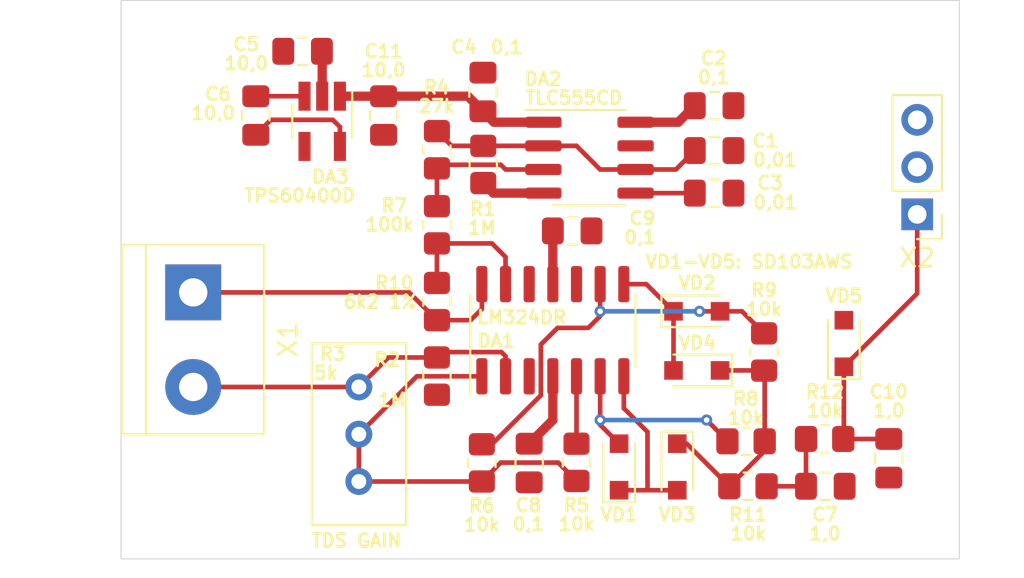
<source format=kicad_pcb>
(kicad_pcb (version 20221018) (generator pcbnew)
  (title_block (title "Greenhouse Hydro") (date "2021-09-20") (rev "F1") (company "UncleRus"))
  (layers (0 "F.Cu" signal) (31 "B.Cu" signal) (34 "B.Paste" user) (35 "F.Paste" user) (36 "B.SilkS" user "B.Silkscreen") (37 "F.SilkS" user "F.Silkscreen") (38 "B.Mask" user) (39 "F.Mask" user) (44 "Edge.Cuts" user))
  (net 0 "")
  (net 1 "GND")
  (net 2 "Net-(DA2-THR)")
  (net 3 "+3V3")
  (net 4 "Net-(DA2-CV)")
  (net 5 "Net-(DA3-C+)")
  (net 6 "Net-(DA3-C-)")
  (net 7 "Net-(R11-L)")
  (net 8 "Net-(R5-R)")
  (net 9 "Net-(DA1.2-+)")
  (net 10 "Net-(DA1.2--)")
  (net 11 "Net-(VD1-K)")
  (net 12 "Net-(VD2-K)")
  (net 13 "Net-(DA1.3--)")
  (net 14 "Net-(DA1.4--)")
  (net 15 "Net-(DA2-Q)")
  (net 17 "Net-(R11-R)")
  (net 18 "TDS_OUT")
  (net 19 "TDS_SENSE")
  (net 20 "TDS_DRV")
  (net 21 "-3V3")
  (footprint "Capacitor_SMD:C_0805_2012Metric_Pad1.18x1.45mm_HandSolder" (layer "F.Cu") (at 83.372 82.084)
    (fp_text reference "C1" (at 2.7555 -0.508 unlocked) (layer "F.SilkS") (effects (font (size 0.7 0.7))))
    (fp_text value "0,01" (at 3.2635 0.508 unlocked) (layer "F.SilkS") (effects (font (size 0.7 0.7))))
    (fp_line (start -0.261252 -0.735) (end 0.261252 -0.735) (stroke (width 0.12)) (layer "F.SilkS"))
    (fp_line (start -0.261252 0.735) (end 0.261252 0.735) (stroke (width 0.12)) (layer "F.SilkS"))
    (pad "1" smd roundrect (at -1.0375 0) (size 1.175 1.45) (layers "F.Cu" "F.Paste" "F.Mask") (roundrect_rratio 0.2127659574) (net 2 "Net-(DA2-THR)"))
    (pad "2" smd roundrect (at 1.0375 0) (size 1.175 1.45) (layers "F.Cu" "F.Paste" "F.Mask") (roundrect_rratio 0.2127659574) (net 21 "-3V3"))
  )
  (footprint "Capacitor_SMD:C_0805_2012Metric_Pad1.18x1.45mm_HandSolder" (layer "F.Cu") (at 83.372 84.37 180)
    (fp_text reference "C3" (at -3.0095 0.548 unlocked) (layer "F.SilkS") (effects (font (size 0.7 0.7))))
    (fp_text value "0,01" (at -3.2805 -0.508 unlocked) (layer "F.SilkS") (effects (font (size 0.7 0.7))))
    (fp_line (start -0.261252 -0.735) (end 0.261252 -0.735) (stroke (width 0.12)) (layer "F.SilkS"))
    (fp_line (start -0.261252 0.735) (end 0.261252 0.735) (stroke (width 0.12)) (layer "F.SilkS"))
    (pad "1" smd roundrect (at -1.0375 0 180) (size 1.175 1.45) (layers "F.Cu" "F.Paste" "F.Mask") (roundrect_rratio 0.2127659574) (net 21 "-3V3"))
    (pad "2" smd roundrect (at 1.0375 0 180) (size 1.175 1.45) (layers "F.Cu" "F.Paste" "F.Mask") (roundrect_rratio 0.2127659574) (net 4 "Net-(DA2-CV)"))
  )
  (footprint "Capacitor_SMD:C_0805_2012Metric_Pad1.18x1.45mm_HandSolder" (layer "F.Cu") (at 89.341 100.1192)
    (fp_text reference "C7" (at -0.0215 1.524 unlocked) (layer "F.SilkS") (effects (font (size 0.7 0.7))))
    (fp_text value "1,0" (at -0.0215 2.54 unlocked) (layer "F.SilkS") (effects (font (size 0.7 0.7))))
    (fp_line (start -0.261252 -0.735) (end 0.261252 -0.735) (stroke (width 0.12)) (layer "F.SilkS"))
    (fp_line (start -0.261252 0.735) (end 0.261252 0.735) (stroke (width 0.12)) (layer "F.SilkS"))
    (pad "1" smd roundrect (at -1.0375 0) (size 1.175 1.45) (layers "F.Cu" "F.Paste" "F.Mask") (roundrect_rratio 0.2127659574) (net 7 "Net-(R11-L)"))
    (pad "2" smd roundrect (at 1.0375 0) (size 1.175 1.45) (layers "F.Cu" "F.Paste" "F.Mask") (roundrect_rratio 0.2127659574) (net 1 "GND"))
  )
  (footprint "Capacitor_SMD:C_0805_2012Metric_Pad1.18x1.45mm_HandSolder" (layer "F.Cu") (at 73.4445 98.8695 -90)
    (fp_text reference "C8" (at 2.2645 0.043 unlocked) (layer "F.SilkS") (effects (font (size 0.7 0.7))))
    (fp_text value "0,1" (at 3.2805 0.043 unlocked) (layer "F.SilkS") (effects (font (size 0.7 0.7))))
    (fp_line (start -0.261252 -0.735) (end 0.261252 -0.735) (stroke (width 0.12)) (layer "F.SilkS"))
    (fp_line (start -0.261252 0.735) (end 0.261252 0.735) (stroke (width 0.12)) (layer "F.SilkS"))
    (pad "1" smd roundrect (at -1.0375 0 270) (size 1.175 1.45) (layers "F.Cu" "F.Paste" "F.Mask") (roundrect_rratio 0.2127659574) (net 3 "+3V3"))
    (pad "2" smd roundrect (at 1.0375 0 270) (size 1.175 1.45) (layers "F.Cu" "F.Paste" "F.Mask") (roundrect_rratio 0.2127659574) (net 1 "GND"))
  )
  (footprint "Capacitor_SMD:C_0805_2012Metric_Pad1.18x1.45mm_HandSolder" (layer "F.Cu") (at 92.7485 98.6155 -90)
    (fp_text reference "C10" (at -3.5775 0 unlocked) (layer "F.SilkS") (effects (font (size 0.7 0.7))))
    (fp_text value "1,0" (at -2.5615 0 unlocked) (layer "F.SilkS") (effects (font (size 0.7 0.7))))
    (fp_line (start -0.261252 -0.735) (end 0.261252 -0.735) (stroke (width 0.12)) (layer "F.SilkS"))
    (fp_line (start -0.261252 0.735) (end 0.261252 0.735) (stroke (width 0.12)) (layer "F.SilkS"))
    (pad "1" smd roundrect (at -1.0375 0 270) (size 1.175 1.45) (layers "F.Cu" "F.Paste" "F.Mask") (roundrect_rratio 0.2127659574) (net 18 "TDS_OUT"))
    (pad "2" smd roundrect (at 1.0375 0 270) (size 1.175 1.45) (layers "F.Cu" "F.Paste" "F.Mask") (roundrect_rratio 0.2127659574) (net 1 "GND"))
  )
  (footprint "Capacitor_SMD:C_0805_2012Metric_Pad1.18x1.45mm_HandSolder" (layer "F.Cu") (at 75.752 86.402)
    (fp_text reference "C9" (at 3.7715 -0.675 unlocked) (layer "F.SilkS") (effects (font (size 0.7 0.7))))
    (fp_text value "0,1" (at 3.6445 0.341 unlocked) (layer "F.SilkS") (effects (font (size 0.7 0.7))))
    (fp_line (start -0.261252 -0.735) (end 0.261252 -0.735) (stroke (width 0.12)) (layer "F.SilkS"))
    (fp_line (start -0.261252 0.735) (end 0.261252 0.735) (stroke (width 0.12)) (layer "F.SilkS"))
    (pad "1" smd roundrect (at -1.0375 0) (size 1.175 1.45) (layers "F.Cu" "F.Paste" "F.Mask") (roundrect_rratio 0.2127659574) (net 21 "-3V3"))
    (pad "2" smd roundrect (at 1.0375 0) (size 1.175 1.45) (layers "F.Cu" "F.Paste" "F.Mask") (roundrect_rratio 0.213) (net 1 "GND"))
  )
  (footprint "Capacitor_SMD:C_0805_2012Metric_Pad1.18x1.45mm_HandSolder" (layer "F.Cu") (at 61.2818 76.75 180)
    (fp_text reference "C5" (at 3.0265 0.372 unlocked) (layer "F.SilkS") (effects (font (size 0.7 0.7))))
    (fp_text value "10,0" (at 3.0265 -0.644 unlocked) (layer "F.SilkS") (effects (font (size 0.7 0.7))))
    (fp_line (start -0.261252 -0.735) (end 0.261252 -0.735) (stroke (width 0.12)) (layer "F.SilkS"))
    (fp_line (start -0.261252 0.735) (end 0.261252 0.735) (stroke (width 0.12)) (layer "F.SilkS"))
    (pad "1" smd roundrect (at -1.0375 0 180) (size 1.175 1.45) (layers "F.Cu" "F.Paste" "F.Mask") (roundrect_rratio 0.2127659574) (net 3 "+3V3"))
    (pad "2" smd roundrect (at 1.0375 0 180) (size 1.175 1.45) (layers "F.Cu" "F.Paste" "F.Mask") (roundrect_rratio 0.2127659574) (net 1 "GND"))
  )
  (footprint "Capacitor_SMD:C_0805_2012Metric_Pad1.18x1.45mm_HandSolder" (layer "F.Cu") (at 58.7715 80.2005 90)
    (fp_text reference "C6" (at 1.1555 -2.032 unlocked) (layer "F.SilkS") (effects (font (size 0.7 0.7))))
    (fp_text value "10,0" (at 0.1395 -2.286 unlocked) (layer "F.SilkS") (effects (font (size 0.7 0.7))))
    (fp_line (start -0.261252 -0.735) (end 0.261252 -0.735) (stroke (width 0.12)) (layer "F.SilkS"))
    (fp_line (start -0.261252 0.735) (end 0.261252 0.735) (stroke (width 0.12)) (layer "F.SilkS"))
    (pad "1" smd roundrect (at -1.0375 0 90) (size 1.175 1.45) (layers "F.Cu" "F.Paste" "F.Mask") (roundrect_rratio 0.2127659574) (net 5 "Net-(DA3-C+)"))
    (pad "2" smd roundrect (at 1.0375 0 90) (size 1.175 1.45) (layers "F.Cu" "F.Paste" "F.Mask") (roundrect_rratio 0.2127659574) (net 6 "Net-(DA3-C-)"))
  )
  (footprint "Capacitor_SMD:C_0805_2012Metric_Pad1.18x1.45mm_HandSolder" (layer "F.Cu") (at 65.6295 80.2005 -90)
    (fp_text reference "C11" (at -3.4505 0 unlocked) (layer "F.SilkS") (effects (font (size 0.7 0.7))))
    (fp_text value "10,0" (at -2.4345 0 unlocked) (layer "F.SilkS") (effects (font (size 0.7 0.7))))
    (fp_line (start -0.261252 -0.735) (end 0.261252 -0.735) (stroke (width 0.12)) (layer "F.SilkS"))
    (fp_line (start -0.261252 0.735) (end 0.261252 0.735) (stroke (width 0.12)) (layer "F.SilkS"))
    (pad "1" smd roundrect (at -1.0375 0 270) (size 1.175 1.45) (layers "F.Cu" "F.Paste" "F.Mask") (roundrect_rratio 0.2127659574) (net 21 "-3V3"))
    (pad "2" smd roundrect (at 1.0375 0 270) (size 1.175 1.45) (layers "F.Cu" "F.Paste" "F.Mask") (roundrect_rratio 0.2127659574) (net 1 "GND"))
  )
  (footprint "Package_SO:SOIC-14_3.9x8.7mm_P1.27mm" (layer "F.Cu") (at 74.7145 91.736 90)
    (fp_text reference "DA1" (at -0.573 -3.048 unlocked) (layer "F.SilkS") (effects (font (size 0.7 0.7))))
    (fp_text value "LM324DR" (at 0.697 -1.668 unlocked) (layer "F.SilkS") (effects (font (size 0.7 0.7))))
    (fp_line (start 0 -4.435) (end -3.45 -4.435) (stroke (width 0.12)) (layer "F.SilkS"))
    (fp_line (start 0 -4.435) (end 1.95 -4.435) (stroke (width 0.12)) (layer "F.SilkS"))
    (fp_line (start 0 4.435) (end -1.95 4.435) (stroke (width 0.12)) (layer "F.SilkS"))
    (fp_line (start 0 4.435) (end 1.95 4.435) (stroke (width 0.12)) (layer "F.SilkS"))
    (pad "1" smd roundrect (at -2.475 -3.81 90) (size 1.95 0.6) (layers "F.Cu" "F.Paste" "F.Mask") (net 8 "Net-(R5-R)"))
    (pad "2" smd roundrect (at -2.475 -2.54 90) (size 1.95 0.6) (layers "F.Cu" "F.Paste" "F.Mask") (net 19 "TDS_SENSE"))
    (pad "3" smd roundrect (at -2.475 -1.27 90) (size 1.95 0.6) (layers "F.Cu" "F.Paste" "F.Mask") (net 1 "GND"))
    (pad "4" smd roundrect (at -2.475 0 90) (size 1.95 0.6) (layers "F.Cu" "F.Paste" "F.Mask") (net 3 "+3V3"))
    (pad "5" smd roundrect (at -2.475 1.27 90) (size 1.95 0.6) (layers "F.Cu" "F.Paste" "F.Mask") (net 9 "Net-(DA1.2-+)"))
    (pad "6" smd roundrect (at -2.475 2.54 90) (size 1.95 0.6) (layers "F.Cu" "F.Paste" "F.Mask") (net 10 "Net-(DA1.2--)"))
    (pad "7" smd roundrect (at -2.475 3.81 90) (size 1.95 0.6) (layers "F.Cu" "F.Paste" "F.Mask") (net 11 "Net-(VD1-K)"))
    (pad "8" smd roundrect (at 2.475 3.81 90) (size 1.95 0.6) (layers "F.Cu" "F.Paste" "F.Mask") (net 12 "Net-(VD2-K)"))
    (pad "9" smd roundrect (at 2.475 2.54 90) (size 1.95 0.6) (layers "F.Cu" "F.Paste" "F.Mask") (net 13 "Net-(DA1.3--)"))
    (pad "10" smd roundrect (at 2.475 1.27 90) (size 1.95 0.6) (layers "F.Cu" "F.Paste" "F.Mask") (net 1 "GND"))
    (pad "11" smd roundrect (at 2.475 0 90) (size 1.95 0.6) (layers "F.Cu" "F.Paste" "F.Mask") (net 21 "-3V3"))
    (pad "12" smd roundrect (at 2.475 -1.27 90) (size 1.95 0.6) (layers "F.Cu" "F.Paste" "F.Mask") (net 1 "GND"))
    (pad "13" smd roundrect (at 2.475 -2.54 90) (size 1.95 0.6) (layers "F.Cu" "F.Paste" "F.Mask") (net 14 "Net-(DA1.4--)"))
    (pad "14" smd roundrect (at 2.475 -3.81 90) (size 1.95 0.6) (layers "F.Cu" "F.Paste" "F.Mask") (net 20 "TDS_DRV"))
  )
  (footprint "Package_SO:SOIC-8_3.9x4.9mm_P1.27mm" (layer "F.Cu") (at 76.6815 82.465)
    (fp_text reference "DA2" (at -2.492 -4.231 unlocked) (layer "F.SilkS") (effects (font (size 0.7 0.7))))
    (fp_text value "TLC555CD" (at -0.841 -3.215 unlocked) (layer "F.SilkS") (effects (font (size 0.7 0.7))))
    (fp_line (start 0 -2.56) (end -3.45 -2.56) (stroke (width 0.12)) (layer "F.SilkS"))
    (fp_line (start 0 -2.56) (end 1.95 -2.56) (stroke (width 0.12)) (layer "F.SilkS"))
    (fp_line (start 0 2.56) (end -1.95 2.56) (stroke (width 0.12)) (layer "F.SilkS"))
    (fp_line (start 0 2.56) (end 1.95 2.56) (stroke (width 0.12)) (layer "F.SilkS"))
    (pad "1" smd roundrect (at -2.475 -1.905) (size 1.95 0.6) (layers "F.Cu" "F.Paste" "F.Mask") (net 21 "-3V3"))
    (pad "2" smd roundrect (at -2.475 -0.635) (size 1.95 0.6) (layers "F.Cu" "F.Paste" "F.Mask") (net 2 "Net-(DA2-THR)"))
    (pad "3" smd roundrect (at -2.475 0.635) (size 1.95 0.6) (layers "F.Cu" "F.Paste" "F.Mask") (net 15 "Net-(DA2-Q)"))
    (pad "4" smd roundrect (at -2.475 1.905) (size 1.95 0.6) (layers "F.Cu" "F.Paste" "F.Mask") (net 3 "+3V3"))
    (pad "5" smd roundrect (at 2.475 1.905) (size 1.95 0.6) (layers "F.Cu" "F.Paste" "F.Mask") (net 4 "Net-(DA2-CV)"))
    (pad "6" smd roundrect (at 2.475 0.635) (size 1.95 0.6) (layers "F.Cu" "F.Paste" "F.Mask") (net 2 "Net-(DA2-THR)"))
    (pad "7" smd roundrect (at 2.475 -0.635) (size 1.95 0.6) (layers "F.Cu" "F.Paste" "F.Mask"))
    (pad "8" smd roundrect (at 2.475 -1.905) (size 1.95 0.6) (layers "F.Cu" "F.Paste" "F.Mask") (net 3 "+3V3"))
  )
  (footprint "Package_TO_SOT_SMD:SOT-23-5_HandSoldering" (layer "F.Cu") (at 62.3345 80.513 -90)
    (fp_text reference "DA3" (at 2.977 -0.442 unlocked) (layer "F.SilkS") (effects (font (size 0.7 0.7))))
    (fp_text value "TPS60400D" (at 3.993 1.209 unlocked) (layer "F.SilkS") (effects (font (size 0.7 0.7))))
    (fp_line (start -0.9 1.61) (end 0.9 1.61) (stroke (width 0.12)) (layer "F.SilkS"))
    (fp_line (start 0.9 -1.61) (end -1.55 -1.61) (stroke (width 0.12)) (layer "F.SilkS"))
    (pad "1" smd rect (at -1.35 -0.95 270) (size 1.56 0.65) (layers "F.Cu" "F.Paste" "F.Mask") (net 21 "-3V3"))
    (pad "2" smd rect (at -1.35 0 270) (size 1.56 0.65) (layers "F.Cu" "F.Paste" "F.Mask") (net 3 "+3V3"))
    (pad "3" smd rect (at -1.35 0.95 270) (size 1.56 0.65) (layers "F.Cu" "F.Paste" "F.Mask") (net 6 "Net-(DA3-C-)"))
    (pad "4" smd rect (at 1.35 0.95 270) (size 1.56 0.65) (layers "F.Cu" "F.Paste" "F.Mask") (net 1 "GND"))
    (pad "5" smd rect (at 1.35 -0.95 270) (size 1.56 0.65) (layers "F.Cu" "F.Paste" "F.Mask") (net 5 "Net-(DA3-C+)"))
  )
  (footprint "Resistor_SMD:R_0805_2012Metric_Pad1.20x1.40mm_HandSolder" (layer "F.Cu") (at 70.9805 82.83 -90)
    (fp_text reference "R1" (at 2.389 0.017 unlocked) (layer "F.SilkS") (effects (font (size 0.7 0.7))))
    (fp_text value "1M" (at 3.3964 0.076 unlocked) (layer "F.SilkS") (effects (font (size 0.7 0.7))))
    (fp_line (start -0.227064 -0.735) (end 0.227064 -0.735) (stroke (width 0.12)) (layer "F.SilkS"))
    (fp_line (start -0.227064 0.735) (end 0.227064 0.735) (stroke (width 0.12)) (layer "F.SilkS"))
    (pad "1" smd roundrect (at -1 0 270) (size 1.2 1.4) (layers "F.Cu" "F.Paste" "F.Mask") (roundrect_rratio 0.2083325) (net 2 "Net-(DA2-THR)"))
    (pad "2" smd roundrect (at 1 0 270) (size 1.2 1.4) (layers "F.Cu" "F.Paste" "F.Mask") (roundrect_rratio 0.2083325) (net 3 "+3V3"))
  )
  (footprint "Resistor_SMD:R_0805_2012Metric_Pad1.20x1.40mm_HandSolder" (layer "F.Cu") (at 68.4915 94.1996 -90)
    (fp_text reference "R2" (at -0.873 2.667 unlocked) (layer "F.SilkS") (effects (font (size 0.7 0.7))))
    (fp_text value "1M" (at 1.286 2.413 unlocked) (layer "F.SilkS") (effects (font (size 0.7 0.7))))
    (fp_line (start -0.227064 -0.735) (end 0.227064 -0.735) (stroke (width 0.12)) (layer "F.SilkS"))
    (fp_line (start -0.227064 0.735) (end 0.227064 0.735) (stroke (width 0.12)) (layer "F.SilkS"))
    (pad "1" smd roundrect (at -1 0 270) (size 1.2 1.4) (layers "F.Cu" "F.Paste" "F.Mask") (roundrect_rratio 0.2083325) (net 19 "TDS_SENSE"))
    (pad "2" smd roundrect (at 1 0 270) (size 1.2 1.4) (layers "F.Cu" "F.Paste" "F.Mask") (roundrect_rratio 0.2083325) (net 1 "GND"))
  )
  (footprint "Resistor_SMD:R_0805_2012Metric_Pad1.20x1.40mm_HandSolder" (layer "F.Cu") (at 68.4915 82.0396 90)
    (fp_text reference "R4" (at 3.349 -0.017 unlocked) (layer "F.SilkS") (effects (font (size 0.7 0.7))))
    (fp_text value "27k" (at 2.333 -0.017 unlocked) (layer "F.SilkS") (effects (font (size 0.7 0.7))))
    (fp_line (start -0.227064 -0.735) (end 0.227064 -0.735) (stroke (width 0.12)) (layer "F.SilkS"))
    (fp_line (start -0.227064 0.735) (end 0.227064 0.735) (stroke (width 0.12)) (layer "F.SilkS"))
    (pad "1" smd roundrect (at -1 0 90) (size 1.2 1.4) (layers "F.Cu" "F.Paste" "F.Mask") (roundrect_rratio 0.2083325) (net 15 "Net-(DA2-Q)"))
    (pad "2" smd roundrect (at 1 0 90) (size 1.2 1.4) (layers "F.Cu" "F.Paste" "F.Mask") (roundrect_rratio 0.2083325) (net 2 "Net-(DA2-THR)"))
  )
  (footprint "Resistor_SMD:R_0805_2012Metric_Pad1.20x1.40mm_HandSolder" (layer "F.Cu") (at 75.9845 98.832 -90)
    (fp_text reference "R5" (at 2.302 0 unlocked) (layer "F.SilkS") (effects (font (size 0.7 0.7))))
    (fp_text value "10k" (at 3.318 0 unlocked) (layer "F.SilkS") (effects (font (size 0.7 0.7))))
    (fp_line (start -0.227064 -0.735) (end 0.227064 -0.735) (stroke (width 0.12)) (layer "F.SilkS"))
    (fp_line (start -0.227064 0.735) (end 0.227064 0.735) (stroke (width 0.12)) (layer "F.SilkS"))
    (pad "1" smd roundrect (at -1 0 270) (size 1.2 1.4) (layers "F.Cu" "F.Paste" "F.Mask") (roundrect_rratio 0.2083325) (net 9 "Net-(DA1.2-+)"))
    (pad "2" smd roundrect (at 1 0 270) (size 1.2 1.4) (layers "F.Cu" "F.Paste" "F.Mask") (roundrect_rratio 0.2083325) (net 8 "Net-(R5-R)"))
  )
  (footprint "Resistor_SMD:R_0805_2012Metric_Pad1.20x1.40mm_HandSolder" (layer "F.Cu") (at 70.9045 98.864 -90)
    (fp_text reference "R6" (at 2.302 0 unlocked) (layer "F.SilkS") (effects (font (size 0.7 0.7))))
    (fp_text value "10k" (at 3.318 0 unlocked) (layer "F.SilkS") (effects (font (size 0.7 0.7))))
    (fp_line (start -0.227064 -0.735) (end 0.227064 -0.735) (stroke (width 0.12)) (layer "F.SilkS"))
    (fp_line (start -0.227064 0.735) (end 0.227064 0.735) (stroke (width 0.12)) (layer "F.SilkS"))
    (pad "1" smd roundrect (at -1 0 270) (size 1.2 1.4) (layers "F.Cu" "F.Paste" "F.Mask") (roundrect_rratio 0.2083325) (net 13 "Net-(DA1.3--)"))
    (pad "2" smd roundrect (at 1 0 270) (size 1.2 1.4) (layers "F.Cu" "F.Paste" "F.Mask") (roundrect_rratio 0.2083325) (net 8 "Net-(R5-R)"))
  )
  (footprint "Resistor_SMD:R_0805_2012Metric_Pad1.20x1.40mm_HandSolder" (layer "F.Cu") (at 86.0511 92.9056 90)
    (fp_text reference "R9" (at 3.318 0 unlocked) (layer "F.SilkS") (effects (font (size 0.7 0.7))))
    (fp_text value "10k" (at 2.302 0 unlocked) (layer "F.SilkS") (effects (font (size 0.7 0.7))))
    (fp_line (start -0.227064 -0.735) (end 0.227064 -0.735) (stroke (width 0.12)) (layer "F.SilkS"))
    (fp_line (start -0.227064 0.735) (end 0.227064 0.735) (stroke (width 0.12)) (layer "F.SilkS"))
    (pad "1" smd roundrect (at -1 0 90) (size 1.2 1.4) (layers "F.Cu" "F.Paste" "F.Mask") (roundrect_rratio 0.2083325) (net 17 "Net-(R11-R)"))
    (pad "2" smd roundrect (at 1 0 90) (size 1.2 1.4) (layers "F.Cu" "F.Paste" "F.Mask") (roundrect_rratio 0.2083325) (net 13 "Net-(DA1.3--)"))
  )
  (footprint "Resistor_SMD:R_0805_2012Metric_Pad1.20x1.40mm_HandSolder" (layer "F.Cu") (at 85.1875 100.1192 180)
    (fp_text reference "R11" (at -0.016 -1.524 unlocked) (layer "F.SilkS") (effects (font (size 0.7 0.7))))
    (fp_text value "10k" (at -0.016 -2.54 unlocked) (layer "F.SilkS") (effects (font (size 0.7 0.7))))
    (fp_line (start -0.227064 -0.735) (end 0.227064 -0.735) (stroke (width 0.12)) (layer "F.SilkS"))
    (fp_line (start -0.227064 0.735) (end 0.227064 0.735) (stroke (width 0.12)) (layer "F.SilkS"))
    (pad "1" smd roundrect (at -1 0 180) (size 1.2 1.4) (layers "F.Cu" "F.Paste" "F.Mask") (roundrect_rratio 0.2083325) (net 7 "Net-(R11-L)"))
    (pad "2" smd roundrect (at 1 0 180) (size 1.2 1.4) (layers "F.Cu" "F.Paste" "F.Mask") (roundrect_rratio 0.2083325) (net 17 "Net-(R11-R)"))
  )
  (footprint "Resistor_SMD:R_0805_2012Metric_Pad1.20x1.40mm_HandSolder" (layer "F.Cu") (at 89.3035 97.578 180)
    (fp_text reference "R12" (at -0.016 2.54 unlocked) (layer "F.SilkS") (effects (font (size 0.7 0.7))))
    (fp_text value "10k" (at -0.016 1.524 unlocked) (layer "F.SilkS") (effects (font (size 0.7 0.7))))
    (fp_line (start -0.227064 -0.735) (end 0.227064 -0.735) (stroke (width 0.12)) (layer "F.SilkS"))
    (fp_line (start -0.227064 0.735) (end 0.227064 0.735) (stroke (width 0.12)) (layer "F.SilkS"))
    (pad "1" smd roundrect (at -1 0 180) (size 1.2 1.4) (layers "F.Cu" "F.Paste" "F.Mask") (roundrect_rratio 0.2083325) (net 18 "TDS_OUT"))
    (pad "2" smd roundrect (at 1 0 180) (size 1.2 1.4) (layers "F.Cu" "F.Paste" "F.Mask") (roundrect_rratio 0.2083325) (net 7 "Net-(R11-L)"))
  )
  (footprint "Resistor_SMD:R_0805_2012Metric_Pad1.20x1.40mm_HandSolder" (layer "F.Cu") (at 68.4915 90.196 90)
    (fp_text reference "R10" (at 1 -2.286 unlocked) (layer "F.SilkS") (effects (font (size 0.7 0.7))))
    (fp_text value "6k2 1%" (at -0.016 -3.048 unlocked) (layer "F.SilkS") (effects (font (size 0.7 0.7))))
    (fp_line (start -0.227064 -0.735) (end 0.227064 -0.735) (stroke (width 0.12)) (layer "F.SilkS"))
    (fp_line (start -0.227064 0.735) (end 0.227064 0.735) (stroke (width 0.12)) (layer "F.SilkS"))
    (pad "1" smd roundrect (at -1 0 90) (size 1.2 1.4) (layers "F.Cu" "F.Paste" "F.Mask") (roundrect_rratio 0.2083325) (net 20 "TDS_DRV"))
    (pad "2" smd roundrect (at 1 0 90) (size 1.2 1.4) (layers "F.Cu" "F.Paste" "F.Mask") (roundrect_rratio 0.2083325) (net 14 "Net-(DA1.4--)"))
  )
  (footprint "Diode_SMD:D_SOD-323_HandSoldering" (layer "F.Cu") (at 90.3355 92.4484 90)
    (fp_text reference "VD5" (at 2.56 0 unlocked) (layer "F.SilkS") (effects (font (size 0.7 0.7))))
    (fp_text value "SD103AWS" hide)
    (fp_line (start -1.9 -0.85) (end -1.9 0.85) (stroke (width 0.12)) (layer "F.SilkS"))
    (fp_line (start -1.9 -0.85) (end 1.25 -0.85) (stroke (width 0.12)) (layer "F.SilkS"))
    (fp_line (start -1.9 0.85) (end 1.25 0.85) (stroke (width 0.12)) (layer "F.SilkS"))
    (pad "1" smd rect (at -1.25 0 90) (size 1 1) (layers "F.Cu" "F.Paste" "F.Mask") (net 18 "TDS_OUT"))
    (pad "2" smd rect (at 1.25 0 90) (size 1 1) (layers "F.Cu" "F.Paste" "F.Mask") (net 1 "GND"))
  )
  (footprint "Diode_SMD:D_SOD-323_HandSoldering" (layer "F.Cu") (at 78.2705 99.082 90)
    (fp_text reference "VD1" (at -2.56 0 unlocked) (layer "F.SilkS") (effects (font (size 0.7 0.7))))
    (fp_text value "SD103AWS" hide)
    (fp_line (start -1.9 -0.85) (end -1.9 0.85) (stroke (width 0.12)) (layer "F.SilkS"))
    (fp_line (start -1.9 -0.85) (end 1.25 -0.85) (stroke (width 0.12)) (layer "F.SilkS"))
    (fp_line (start -1.9 0.85) (end 1.25 0.85) (stroke (width 0.12)) (layer "F.SilkS"))
    (pad "1" smd rect (at -1.25 0 90) (size 1 1) (layers "F.Cu" "F.Paste" "F.Mask") (net 11 "Net-(VD1-K)"))
    (pad "2" smd rect (at 1.25 0 90) (size 1 1) (layers "F.Cu" "F.Paste" "F.Mask") (net 10 "Net-(DA1.2--)"))
  )
  (footprint "Diode_SMD:D_SOD-323_HandSoldering" (layer "F.Cu") (at 82.4415 90.72)
    (fp_text reference "VD2" (at 0.02 -1.524 unlocked) (layer "F.SilkS") (effects (font (size 0.7 0.7))))
    (fp_text value "SD103AWS" hide)
    (fp_line (start -1.9 -0.85) (end -1.9 0.85) (stroke (width 0.12)) (layer "F.SilkS"))
    (fp_line (start -1.9 -0.85) (end 1.25 -0.85) (stroke (width 0.12)) (layer "F.SilkS"))
    (fp_line (start -1.9 0.85) (end 1.25 0.85) (stroke (width 0.12)) (layer "F.SilkS"))
    (pad "1" smd rect (at -1.25 0) (size 1 1) (layers "F.Cu" "F.Paste" "F.Mask") (net 12 "Net-(VD2-K)"))
    (pad "2" smd rect (at 1.25 0) (size 1 1) (layers "F.Cu" "F.Paste" "F.Mask") (net 13 "Net-(DA1.3--)"))
  )
  (footprint "Diode_SMD:D_SOD-323_HandSoldering" (layer "F.Cu") (at 81.3945 99.082 -90)
    (fp_text reference "VD3" (at 2.56 0 unlocked) (layer "F.SilkS") (effects (font (size 0.7 0.7))))
    (fp_text value "SD103AWS" hide)
    (fp_line (start -1.9 -0.85) (end -1.9 0.85) (stroke (width 0.12)) (layer "F.SilkS"))
    (fp_line (start -1.9 -0.85) (end 1.25 -0.85) (stroke (width 0.12)) (layer "F.SilkS"))
    (fp_line (start -1.9 0.85) (end 1.25 0.85) (stroke (width 0.12)) (layer "F.SilkS"))
    (pad "1" smd rect (at -1.25 0 270) (size 1 1) (layers "F.Cu" "F.Paste" "F.Mask") (net 17 "Net-(R11-R)"))
    (pad "2" smd rect (at 1.25 0 270) (size 1 1) (layers "F.Cu" "F.Paste" "F.Mask") (net 11 "Net-(VD1-K)"))
  )
  (footprint "Diode_SMD:D_SOD-323_HandSoldering" (layer "F.Cu") (at 82.4415 93.895 180)
    (fp_text reference "VD4" (at -0.0284 1.4788 unlocked) (layer "F.SilkS") (effects (font (size 0.7 0.7))))
    (fp_text value "SD103AWS" hide)
    (fp_line (start -1.9 -0.85) (end -1.9 0.85) (stroke (width 0.12)) (layer "F.SilkS"))
    (fp_line (start -1.9 -0.85) (end 1.25 -0.85) (stroke (width 0.12)) (layer "F.SilkS"))
    (fp_line (start -1.9 0.85) (end 1.25 0.85) (stroke (width 0.12)) (layer "F.SilkS"))
    (pad "1" smd rect (at -1.25 0 180) (size 1 1) (layers "F.Cu" "F.Paste" "F.Mask") (net 17 "Net-(R11-R)"))
    (pad "2" smd rect (at 1.25 0 180) (size 1 1) (layers "F.Cu" "F.Paste" "F.Mask") (net 12 "Net-(VD2-K)"))
  )
  (footprint "Resistor_SMD:R_0805_2012Metric_Pad1.20x1.40mm_HandSolder" (layer "F.Cu") (at 68.4915 86.0716 90)
    (fp_text reference "R7" (at 1.032 -2.286 unlocked) (layer "F.SilkS") (effects (font (size 0.7 0.7))))
    (fp_text value "100k" (at 0.016 -2.54 unlocked) (layer "F.SilkS") (effects (font (size 0.7 0.7))))
    (fp_line (start -0.227064 -0.735) (end 0.227064 -0.735) (stroke (width 0.12)) (layer "F.SilkS"))
    (fp_line (start -0.227064 0.735) (end 0.227064 0.735) (stroke (width 0.12)) (layer "F.SilkS"))
    (pad "1" smd roundrect (at -1 0 90) (size 1.2 1.4) (layers "F.Cu" "F.Paste" "F.Mask") (roundrect_rratio 0.2083325) (net 14 "Net-(DA1.4--)"))
    (pad "2" smd roundrect (at 1 0 90) (size 1.2 1.4) (layers "F.Cu" "F.Paste" "F.Mask") (roundrect_rratio 0.2083325) (net 15 "Net-(DA2-Q)"))
  )
  (footprint "Resistor_SMD:R_0805_2012Metric_Pad1.20x1.40mm_HandSolder" (layer "F.Cu") (at 85.0859 97.705 180)
    (fp_text reference "R8" (at 0.016 2.286 unlocked) (layer "F.SilkS") (effects (font (size 0.7 0.7))))
    (fp_text value "10k" (at 0.016 1.27 unlocked) (layer "F.SilkS") (effects (font (size 0.7 0.7))))
    (fp_line (start -0.227064 -0.735) (end 0.227064 -0.735) (stroke (width 0.12)) (layer "F.SilkS"))
    (fp_line (start -0.227064 0.735) (end 0.227064 0.735) (stroke (width 0.12)) (layer "F.SilkS"))
    (pad "1" smd roundrect (at -1 0 180) (size 1.2 1.4) (layers "F.Cu" "F.Paste" "F.Mask") (roundrect_rratio 0.2083325) (net 17 "Net-(R11-R)"))
    (pad "2" smd roundrect (at 1 0 180) (size 1.2 1.4) (layers "F.Cu" "F.Paste" "F.Mask") (roundrect_rratio 0.2083325) (net 10 "Net-(DA1.2--)"))
  )
  (footprint "Potentiometer_THT:Potentiometer_Bourns_3296W_Vertical" (layer "F.Cu") (at 64.3005 94.784 90)
    (fp_text reference "R3" (at 1.778 -1.397 unlocked) (layer "F.SilkS") (effects (font (size 0.7 0.7))))
    (fp_text value "5k" (at 0.762 -1.778 unlocked) (layer "F.SilkS") (effects (font (size 0.7 0.7))))
    (fp_text user "TDS GAIN" (at -8.255 -0.127 180) (layer "F.SilkS") (effects (font (size 0.7 0.7))))
    (fp_line (start -7.425 -2.53) (end -7.425 2.54) (stroke (width 0.12)) (layer "F.SilkS"))
    (fp_line (start -7.425 -2.53) (end 2.345 -2.53) (stroke (width 0.12)) (layer "F.SilkS"))
    (fp_line (start -7.425 2.54) (end 2.345 2.54) (stroke (width 0.12)) (layer "F.SilkS"))
    (fp_line (start 2.345 -2.53) (end 2.345 2.54) (stroke (width 0.12)) (layer "F.SilkS"))
    (pad "1" thru_hole circle (at 0 0 90) (size 1.44 1.44) (drill 0.8) (layers "*.Cu" "*.Mask") (net 19 "TDS_SENSE"))
    (pad "2" thru_hole circle (at -2.54 0 90) (size 1.44 1.44) (drill 0.8) (layers "*.Cu" "*.Mask") (net 8 "Net-(R5-R)"))
    (pad "3" thru_hole circle (at -5.08 0 90) (size 1.44 1.44) (drill 0.8) (layers "*.Cu" "*.Mask") (net 8 "Net-(R5-R)"))
  )
  (footprint "Connector_PinHeader_2.54mm:PinHeader_1x03_P2.54mm_Vertical" (layer "F.Cu") (at 94.2725 85.513 180)
    (fp_text reference "X2" (at 0 -2.33) (layer "F.SilkS"))
    (fp_text value "MCU")
    (fp_line (start -1.33 -1.33) (end 0 -1.33) (stroke (width 0.12)) (layer "F.SilkS"))
    (fp_line (start -1.33 0) (end -1.33 -1.33) (stroke (width 0.12)) (layer "F.SilkS"))
    (fp_line (start -1.33 1.27) (end -1.33 6.41) (stroke (width 0.12)) (layer "F.SilkS"))
    (fp_line (start -1.33 1.27) (end 1.33 1.27) (stroke (width 0.12)) (layer "F.SilkS"))
    (fp_line (start -1.33 6.41) (end 1.33 6.41) (stroke (width 0.12)) (layer "F.SilkS"))
    (fp_line (start 1.33 1.27) (end 1.33 6.41) (stroke (width 0.12)) (layer "F.SilkS"))
    (pad "1" thru_hole rect (at 0 0 180) (size 1.7 1.7) (drill 1) (layers "*.Cu" "*.Mask") (net 18 "TDS_OUT"))
    (pad "2" thru_hole oval (at 0 2.54 180) (size 1.7 1.7) (drill 1) (layers "*.Cu" "*.Mask") (net 3 "+3V3"))
    (pad "3" thru_hole oval (at 0 5.08 180) (size 1.7 1.7) (drill 1) (layers "*.Cu" "*.Mask") (net 1 "GND"))
  )
  (footprint "Capacitor_SMD:C_0805_2012Metric_Pad1.18x1.45mm_HandSolder" (layer "F.Cu") (at 83.372 79.671)
    (fp_text reference "C2" (at -0.0215 -2.54 unlocked) (layer "F.SilkS") (effects (font (size 0.7 0.7))))
    (fp_text value "0,1" (at -0.0215 -1.524 unlocked) (layer "F.SilkS") (effects (font (size 0.7 0.7))))
    (fp_line (start -0.261252 -0.735) (end 0.261252 -0.735) (stroke (width 0.12)) (layer "F.SilkS"))
    (fp_line (start -0.261252 0.735) (end 0.261252 0.735) (stroke (width 0.12)) (layer "F.SilkS"))
    (pad "1" smd roundrect (at -1.0375 0) (size 1.175 1.45) (layers "F.Cu" "F.Paste" "F.Mask") (roundrect_rratio 0.2127659574) (net 3 "+3V3"))
    (pad "2" smd roundrect (at 1.0375 0) (size 1.175 1.45) (layers "F.Cu" "F.Paste" "F.Mask") (roundrect_rratio 0.2127659574) (net 1 "GND"))
  )
  (footprint "MountingHole:MountingHole_2.2mm_M2" (layer "F.Cu") (at 54.5215 77.02)
    (fp_text reference "REF**" hide)
    (fp_text value "MountingHole_2.2mm_M2")
    (pad "" np_thru_hole circle (at 0 0) (size 2.2 2.2) (drill 2.2) (layers "*.Cu" "*.Mask"))
  )
  (footprint "Capacitor_SMD:C_0805_2012Metric_Pad1.18x1.45mm_HandSolder" (layer "F.Cu") (at 70.9635 78.9356 90)
    (fp_text reference "C4" (at 2.413 -1.016 unlocked) (layer "F.SilkS") (effects (font (size 0.7 0.7))))
    (fp_text value "0,1" (at 2.413 1.27 unlocked) (layer "F.SilkS") (effects (font (size 0.7 0.7))))
    (fp_line (start -0.261252 -0.735) (end 0.261252 -0.735) (stroke (width 0.12)) (layer "F.SilkS"))
    (fp_line (start -0.261252 0.735) (end 0.261252 0.735) (stroke (width 0.12)) (layer "F.SilkS"))
    (pad "1" smd roundrect (at -1.0375 0 90) (size 1.175 1.45) (layers "F.Cu" "F.Paste" "F.Mask") (roundrect_rratio 0.2127659574) (net 21 "-3V3"))
    (pad "2" smd roundrect (at 1.0375 0 90) (size 1.175 1.45) (layers "F.Cu" "F.Paste" "F.Mask") (roundrect_rratio 0.2127659574) (net 1 "GND"))
  )
  (footprint "MountingHole:MountingHole_2.2mm_M2" (layer "F.Cu") (at 90.5365 77.02)
    (fp_text reference "REF**" hide)
    (fp_text value "MountingHole_2.2mm_M2")
    (pad "" np_thru_hole circle (at 0 0) (size 2.2 2.2) (drill 2.2) (layers "*.Cu" "*.Mask"))
  )
  (footprint "MountingHole:MountingHole_2.2mm_M2" (layer "F.Cu") (at 54.5215 101.02)
    (fp_text reference "REF**" hide)
    (fp_text value "MountingHole_2.2mm_M2")
    (pad "" np_thru_hole circle (at 0 0) (size 2.2 2.2) (drill 2.2) (layers "*.Cu" "*.Mask"))
  )
  (footprint "TerminalBlock:TerminalBlock_bornier-2_P5.08mm" (layer "F.Cu") (at 55.4105 89.704 -90)
    (fp_text reference "X1" (at 2.54 -5.08 90) (layer "F.SilkS"))
    (fp_text value "TDS PROBE")
    (fp_line (start -2.54 -3.81) (end -2.54 3.81) (stroke (width 0.12)) (layer "F.SilkS"))
    (fp_line (start -2.54 3.81) (end 7.62 3.81) (stroke (width 0.12)) (layer "F.SilkS"))
    (fp_line (start 7.62 -3.81) (end -2.54 -3.81) (stroke (width 0.12)) (layer "F.SilkS"))
    (fp_line (start 7.62 2.54) (end -2.54 2.54) (stroke (width 0.12)) (layer "F.SilkS"))
    (fp_line (start 7.62 3.81) (end 7.62 -3.81) (stroke (width 0.12)) (layer "F.SilkS"))
    (pad "1" thru_hole rect (at 0 0 270) (size 3 3) (drill 1.52) (layers "*.Cu" "*.Mask") (net 20 "TDS_DRV"))
    (pad "2" thru_hole circle (at 5.08 0 270) (size 3 3) (drill 1.52) (layers "*.Cu" "*.Mask") (net 19 "TDS_SENSE"))
  )
  (gr_rect (start 51.5365 74.02) (end 96.5365 104.02) (stroke (width 0.05)) (fill none) (layer "Edge.Cuts"))
  (gr_text "VD1-VD5: SD103AWS" (at 85.2555 88.053) (layer "F.SilkS") (effects (font (size 0.7 0.7))))
  (segment (start 79.1565 83.1) (end 81.3185 83.1) (width 0.25) (layer "F.Cu") (net 2))
  (segment (start 69.2819 81.83) (end 68.4915 81.0396) (width 0.25) (layer "F.Cu") (net 2))
  (segment (start 74.2065 81.83) (end 75.9845 81.83) (width 0.25) (layer "F.Cu") (net 2))
  (segment (start 70.9805 81.83) (end 74.2065 81.83) (width 0.25) (layer "F.Cu") (net 2))
  (segment (start 75.9845 81.83) (end 77.2545 83.1) (width 0.25) (layer "F.Cu") (net 2))
  (segment (start 77.2545 83.1) (end 79.1565 83.1) (width 0.25) (layer "F.Cu") (net 2))
  (segment (start 81.3185 83.1) (end 82.3345 82.084) (width 0.25) (layer "F.Cu") (net 2))
  (segment (start 70.9805 81.83) (end 69.2819 81.83) (width 0.25) (layer "F.Cu") (net 2))
  (segment (start 71.5205 84.37) (end 70.9805 83.83) (width 0.5) (layer "F.Cu") (net 3))
  (segment (start 62.3345 76.7652) (end 62.3193 76.75) (width 0.5) (layer "F.Cu") (net 3))
  (segment (start 81.4455 80.56) (end 82.3345 79.671) (width 0.5) (layer "F.Cu") (net 3))
  (segment (start 73.4445 97.832) (end 74.7145 96.562) (width 0.5) (layer "F.Cu") (net 3))
  (segment (start 79.1565 80.56) (end 81.4455 80.56) (width 0.5) (layer "F.Cu") (net 3))
  (segment (start 74.2065 84.37) (end 71.5205 84.37) (width 0.5) (layer "F.Cu") (net 3))
  (segment (start 62.3345 79.163) (end 62.3345 76.7652) (width 0.5) (layer "F.Cu") (net 3))
  (segment (start 74.7145 96.562) (end 74.7145 94.211) (width 0.5) (layer "F.Cu") (net 3))
  (segment (start 79.1565 84.37) (end 82.3345 84.37) (width 0.25) (layer "F.Cu") (net 4))
  (segment (start 59.5765 80.433) (end 58.7715 81.238) (width 0.25) (layer "F.Cu") (net 5))
  (segment (start 62.9035 80.433) (end 59.5765 80.433) (width 0.25) (layer "F.Cu") (net 5))
  (segment (start 63.2845 80.814) (end 62.9035 80.433) (width 0.25) (layer "F.Cu") (net 5))
  (segment (start 63.2845 81.863) (end 63.2845 80.814) (width 0.25) (layer "F.Cu") (net 5))
  (segment (start 58.7715 79.163) (end 61.3845 79.163) (width 0.25) (layer "F.Cu") (net 6))
  (segment (start 88.3035 100.1192) (end 88.3035 97.578) (width 0.25) (layer "F.Cu") (net 7))
  (segment (start 86.1875 100.1192) (end 88.3035 100.1192) (width 0.25) (layer "F.Cu") (net 7))
  (segment (start 64.3005 97.324) (end 67.4135 94.211) (width 0.25) (layer "F.Cu") (net 8))
  (segment (start 67.4135 94.211) (end 70.9045 94.211) (width 0.25) (layer "F.Cu") (net 8))
  (segment (start 64.3005 99.864) (end 70.9045 99.864) (width 0.25) (layer "F.Cu") (net 8))
  (segment (start 71.9205 98.848) (end 75.0005 98.848) (width 0.25) (layer "F.Cu") (net 8))
  (segment (start 64.3005 97.324) (end 64.3005 99.864) (width 0.25) (layer "F.Cu") (net 8))
  (segment (start 75.0005 98.848) (end 75.9845 99.832) (width 0.25) (layer "F.Cu") (net 8))
  (segment (start 70.9045 99.864) (end 71.9205 98.848) (width 0.25) (layer "F.Cu") (net 8))
  (segment (start 75.9845 97.832) (end 75.9845 94.211) (width 0.25) (layer "F.Cu") (net 9))
  (segment (start 84.0859 97.6784) (end 82.9695 96.562) (width 0.25) (layer "F.Cu") (net 10))
  (segment (start 77.2545 96.562) (end 77.2545 94.211) (width 0.25) (layer "F.Cu") (net 10))
  (segment (start 77.2545 96.816) (end 77.2545 96.562) (width 0.25) (layer "F.Cu") (net 10))
  (segment (start 84.0859 97.705) (end 84.0859 97.6784) (width 0.25) (layer "F.Cu") (net 10))
  (segment (start 78.2705 97.832) (end 77.2545 96.816) (width 0.25) (layer "F.Cu") (net 10))
  (via (at 77.2545 96.562) (size 0.6) (drill 0.3) (layers "F.Cu" "B.Cu") (net 10))
  (via (at 82.9695 96.562) (size 0.6) (drill 0.3) (layers "F.Cu" "B.Cu") (net 10))
  (segment (start 82.9695 96.562) (end 77.2545 96.562) (width 0.25) (layer "B.Cu") (net 10))
  (segment (start 79.7945 97.197) (end 79.7945 100.332) (width 0.25) (layer "F.Cu") (net 11))
  (segment (start 78.2705 100.332) (end 79.7945 100.332) (width 0.25) (layer "F.Cu") (net 11))
  (segment (start 78.5245 94.211) (end 78.5245 95.927) (width 0.25) (layer "F.Cu") (net 11))
  (segment (start 79.7945 100.332) (end 81.3945 100.332) (width 0.25) (layer "F.Cu") (net 11))
  (segment (start 78.5245 95.927) (end 79.7945 97.197) (width 0.25) (layer "F.Cu") (net 11))
  (segment (start 78.5245 89.261) (end 79.7325 89.261) (width 0.25) (layer "F.Cu") (net 12))
  (segment (start 81.1915 93.895) (end 81.1915 90.72) (width 0.25) (layer "F.Cu") (net 12))
  (segment (start 79.7325 89.261) (end 81.1915 90.72) (width 0.25) (layer "F.Cu") (net 12))
  (segment (start 84.8655 90.72) (end 86.0511 91.9056) (width 0.25) (layer "F.Cu") (net 13))
  (segment (start 74.0695 92.508) (end 74.0695 95.232751) (width 0.25) (layer "F.Cu") (net 13))
  (segment (start 77.2545 90.974) (end 76.6195 91.609) (width 0.25) (layer "F.Cu") (net 13))
  (segment (start 83.6915 90.72) (end 84.8655 90.72) (width 0.25) (layer "F.Cu") (net 13))
  (segment (start 74.9685 91.609) (end 74.0695 92.508) (width 0.25) (layer "F.Cu") (net 13))
  (segment (start 76.6195 91.609) (end 74.9685 91.609) (width 0.25) (layer "F.Cu") (net 13))
  (segment (start 74.0695 95.232751) (end 71.438251 97.864) (width 0.25) (layer "F.Cu") (net 13))
  (segment (start 77.2545 89.261) (end 77.2545 90.72) (width 0.25) (layer "F.Cu") (net 13))
  (segment (start 77.2545 90.72) (end 77.2545 90.974) (width 0.25) (layer "F.Cu") (net 13))
  (segment (start 71.438251 97.864) (end 70.9045 97.864) (width 0.25) (layer "F.Cu") (net 13))
  (segment (start 83.6915 90.72) (end 82.5885 90.72) (width 0.25) (layer "F.Cu") (net 13))
  (via (at 77.2545 90.72) (size 0.6) (drill 0.3) (layers "F.Cu" "B.Cu") (net 13))
  (via (at 82.5885 90.72) (size 0.6) (drill 0.3) (layers "F.Cu" "B.Cu") (net 13))
  (segment (start 82.5885 90.72) (end 77.2545 90.72) (width 0.25) (layer "B.Cu") (net 13))
  (segment (start 72.1745 87.799) (end 72.1745 89.261) (width 0.25) (layer "F.Cu") (net 14))
  (segment (start 71.4471 87.0716) (end 72.1745 87.799) (width 0.25) (layer "F.Cu") (net 14))
  (segment (start 68.4915 87.0716) (end 68.4915 89.196) (width 0.25) (layer "F.Cu") (net 14))
  (segment (start 68.4915 87.0716) (end 71.4471 87.0716) (width 0.25) (layer "F.Cu") (net 14))
  (segment (start 72.1745 83.1) (end 74.2065 83.1) (width 0.25) (layer "F.Cu") (net 15))
  (segment (start 71.9205 82.846) (end 72.1745 83.1) (width 0.25) (layer "F.Cu") (net 15))
  (segment (start 68.4915 83.0396) (end 68.4915 85.0716) (width 0.25) (layer "F.Cu") (net 15))
  (segment (start 68.4915 83.0396) (end 68.6851 82.846) (width 0.25) (layer "F.Cu") (net 15))
  (segment (start 68.6851 82.846) (end 71.9205 82.846) (width 0.25) (layer "F.Cu") (net 15))
  (segment (start 86.0405 93.895) (end 86.0511 93.9056) (width 0.25) (layer "F.Cu") (net 17))
  (segment (start 86.0859 98.2208) (end 86.0859 97.705) (width 0.25) (layer "F.Cu") (net 17))
  (segment (start 86.0859 93.9404) (end 86.0511 93.9056) (width 0.25) (layer "F.Cu") (net 17))
  (segment (start 83.6915 93.895) (end 86.0405 93.895) (width 0.25) (layer "F.Cu") (net 17))
  (segment (start 84.1875 100.1192) (end 86.0859 98.2208) (width 0.25) (layer "F.Cu") (net 17))
  (segment (start 81.9003 97.832) (end 84.1875 100.1192) (width 0.25) (layer "F.Cu") (net 17))
  (segment (start 86.0859 97.705) (end 86.0859 93.9404) (width 0.25) (layer "F.Cu") (net 17))
  (segment (start 81.3945 97.832) (end 81.9003 97.832) (width 0.25) (layer "F.Cu") (net 17))
  (segment (start 90.3355 97.546) (end 90.3355 93.6984) (width 0.25) (layer "F.Cu") (net 18))
  (segment (start 90.3035 97.578) (end 90.3355 97.546) (width 0.25) (layer "F.Cu") (net 18))
  (segment (start 90.3035 97.578) (end 92.7485 97.578) (width 0.25) (layer "F.Cu") (net 18))
  (segment (start 94.2725 89.7614) (end 94.2725 85.513) (width 0.25) (layer "F.Cu") (net 18))
  (segment (start 90.3355 93.6984) (end 94.2725 89.7614) (width 0.25) (layer "F.Cu") (net 18))
  (segment (start 68.7801 92.911) (end 68.4915 93.1996) (width 0.25) (layer "F.Cu") (net 19))
  (segment (start 72.1745 94.211) (end 72.1745 93.133) (width 0.25) (layer "F.Cu") (net 19))
  (segment (start 65.8849 93.1996) (end 68.4915 93.1996) (width 0.25) (layer "F.Cu") (net 19))
  (segment (start 64.3005 94.784) (end 55.4105 94.784) (width 0.25) (layer "F.Cu") (net 19))
  (segment (start 64.3005 94.784) (end 65.8849 93.1996) (width 0.25) (layer "F.Cu") (net 19))
  (segment (start 72.1745 93.133) (end 71.9525 92.911) (width 0.25) (layer "F.Cu") (net 19))
  (segment (start 71.9525 92.911) (end 68.7801 92.911) (width 0.25) (layer "F.Cu") (net 19))
  (segment (start 70.9045 90.593) (end 70.9045 89.261) (width 0.25) (layer "F.Cu") (net 20))
  (segment (start 70.3015 91.196) (end 70.9045 90.593) (width 0.25) (layer "F.Cu") (net 20))
  (segment (start 68.4915 91.196) (end 70.3015 91.196) (width 0.25) (layer "F.Cu") (net 20))
  (segment (start 55.4105 89.704) (end 66.9995 89.704) (width 0.25) (layer "F.Cu") (net 20))
  (segment (start 66.9995 89.704) (end 68.4915 91.196) (width 0.25) (layer "F.Cu") (net 20))
  (segment (start 74.7145 86.402) (end 74.7145 89.261) (width 0.5) (layer "F.Cu") (net 21))
  (segment (start 63.2845 79.163) (end 65.6295 79.163) (width 0.5) (layer "F.Cu") (net 21))
  (segment (start 74.2065 80.56) (end 71.5504 80.56) (width 0.5) (layer "F.Cu") (net 21))
  (segment (start 70.1534 79.163) (end 70.9635 79.9731) (width 0.5) (layer "F.Cu") (net 21))
  (segment (start 71.5504 80.56) (end 70.9635 79.9731) (width 0.5) (layer "F.Cu") (net 21))
  (segment (start 65.6295 79.163) (end 70.1534 79.163) (width 0.5) (layer "F.Cu") (net 21))
)
</source>
